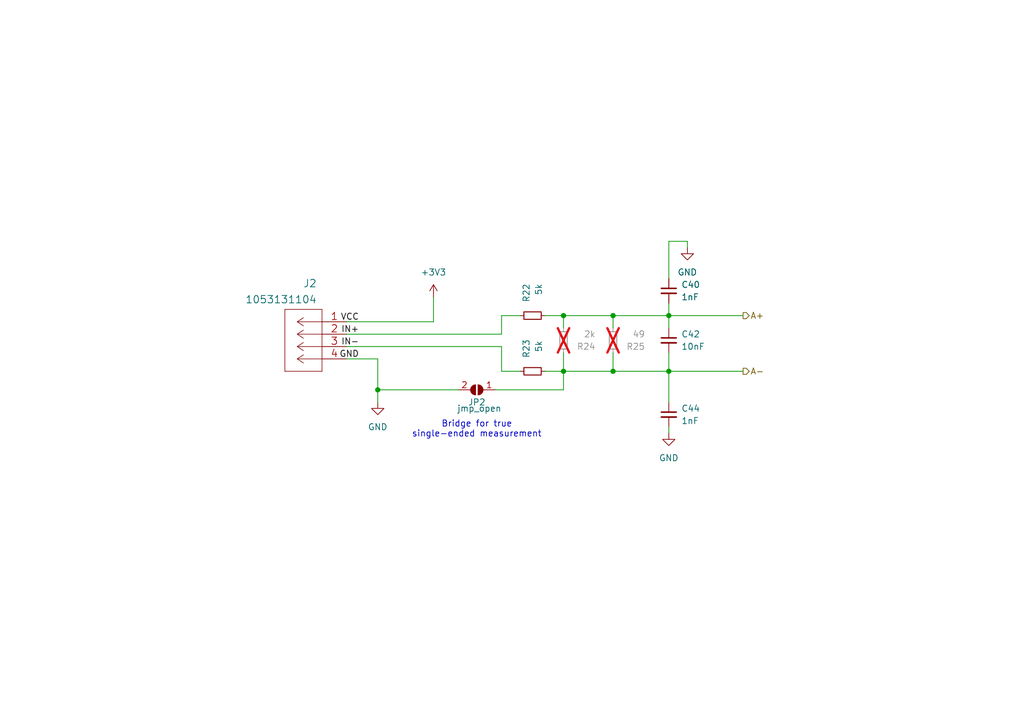
<source format=kicad_sch>
(kicad_sch (version 20240417) (generator "eeschema") (generator_version "8.99")
  (paper "A5")
  (lib_symbols
    (symbol "Device:C_Small" (pin_numbers hide) (pin_names (offset 0.254) hide)
      (property "Reference" "C" (at 0.254 1.778 0))
      (property "Value" "C_Small" (at 0.254 -2.032 0))
      (symbol "C_Small_0_1"
        (polyline (pts (xy -1.524 0.508) (xy 1.524 0.508)) (stroke (width 0.3048)))
        (polyline (pts (xy -1.524 -0.508) (xy 1.524 -0.508)) (stroke (width 0.3302)))
      )
      (symbol "C_Small_1_1"
        (pin passive line (at 0 2.54 270) (length 2.032) (name "~") (number "1"))
        (pin passive line (at 0 -2.54 90) (length 2.032) (name "~") (number "2"))
      )
    )
    (symbol "Device:R_Small" (pin_numbers hide) (pin_names (offset 0.254) hide)
      (property "Reference" "R" (at 0.762 0.508 0))
      (property "Value" "R_Small" (at 0.762 -1.016 0))
      (symbol "R_Small_0_1"
        (rectangle (start -0.762 1.778) (end 0.762 -1.778) (stroke (width 0.2032)))
      )
      (symbol "R_Small_1_1"
        (pin passive line (at 0 2.54 270) (length 0.762) (name "~") (number "1"))
        (pin passive line (at 0 -2.54 90) (length 0.762) (name "~") (number "2"))
      )
    )
    (symbol "Jumper:SolderJumper_2_Open" (pin_names (offset 0) hide)
      (property "Reference" "JP" (at 0 2.032 0))
      (property "Value" "SolderJumper_2_Open" (at 0 -2.54 0))
      (symbol "SolderJumper_2_Open_0_1"
        (polyline (pts (xy -0.254 1.016) (xy -0.254 -1.016)))
        (arc (start -0.254 -1.016) (mid -1.2656 0) (end -0.254 1.016))
        (arc (start -0.254 -1.016) (mid -1.2656 0) (end -0.254 1.016) (fill (type outline)))
        (arc (start 0.254 1.016) (mid 1.2656 0) (end 0.254 -1.016) (fill (type outline)))
        (arc (start 0.254 1.016) (mid 1.2656 0) (end 0.254 -1.016))
        (polyline (pts (xy 0.254 1.016) (xy 0.254 -1.016)))
      )
      (symbol "SolderJumper_2_Open_1_1"
        (pin passive line (at -3.81 0 0) (length 2.54) (name "A") (number "1"))
        (pin passive line (at 3.81 0 180) (length 2.54) (name "B") (number "2"))
      )
    )
    (symbol "iclr:1053131104" (pin_names (offset 0.254) hide)
      (property "Reference" "J" (at 8.89 6.35 0))
      (property "Value" "1053131104" (at 10.16 -5.08 0))
      (symbol "1053131104_1_1"
        (polyline (pts (xy 5.08 2.54) (xy 5.08 -10.16)) (stroke (width 0.127)))
        (polyline (pts (xy 5.08 -10.16) (xy 12.7 -10.16)) (stroke (width 0.127)))
        (polyline (pts (xy 10.16 0) (xy 8.89 0.8382)) (stroke (width 0.127)))
        (polyline (pts (xy 10.16 0) (xy 5.08 0)) (stroke (width 0.127)))
        (polyline (pts (xy 10.16 0) (xy 8.89 -0.8382)) (stroke (width 0.127)))
        (polyline (pts (xy 10.16 -2.54) (xy 8.89 -1.7018)) (stroke (width 0.127)))
        (polyline (pts (xy 10.16 -2.54) (xy 5.08 -2.54)) (stroke (width 0.127)))
        (polyline (pts (xy 10.16 -2.54) (xy 8.89 -3.3782)) (stroke (width 0.127)))
        (polyline (pts (xy 10.16 -5.08) (xy 5.08 -5.08)) (stroke (width 0.127)))
        (polyline (pts (xy 10.16 -5.08) (xy 8.89 -5.9182)) (stroke (width 0.127)))
        (polyline (pts (xy 10.16 -5.08) (xy 8.89 -4.2418)) (stroke (width 0.127)))
        (polyline (pts (xy 10.16 -7.62) (xy 8.89 -8.4582)) (stroke (width 0.127)))
        (polyline (pts (xy 10.16 -7.62) (xy 5.08 -7.62)) (stroke (width 0.127)))
        (polyline (pts (xy 10.16 -7.62) (xy 8.89 -6.7818)) (stroke (width 0.127)))
        (polyline (pts (xy 12.7 2.54) (xy 5.08 2.54)) (stroke (width 0.127)))
        (polyline (pts (xy 12.7 -10.16) (xy 12.7 2.54)) (stroke (width 0.127)))
        (pin unspecified line (at 0 0 0) (length 5.08) (name "1") (number "1"))
        (pin unspecified line (at 0 -2.54 0) (length 5.08) (name "2") (number "2"))
        (pin unspecified line (at 0 -5.08 0) (length 5.08) (name "3") (number "3"))
        (pin unspecified line (at 0 -7.62 0) (length 5.08) (name "4") (number "4"))
      )
    )
    (symbol "power:+3.3V" (power) (pin_names (offset 0))
      (property "Value" "+3.3V" (at 0 3.556 0))
      (symbol "+3.3V_0_1"
        (polyline (pts (xy -0.762 1.27) (xy 0 2.54)))
        (polyline (pts (xy 0 2.54) (xy 0.762 1.27)))
        (polyline (pts (xy 0 0) (xy 0 2.54)))
      )
      (symbol "+3.3V_1_1"
        (pin power_in line (at 0 0 90) (length 0) hide (name "+3V3") (number "1"))
      )
    )
    (symbol "power:GND" (power) (pin_names (offset 0))
      (property "Value" "GND" (at 0 -3.81 0))
      (symbol "GND_0_1"
        (polyline (pts (xy 0 0) (xy 0 -1.27) (xy 1.27 -1.27) (xy 0 -2.54) (xy -1.27 -1.27) (xy 0 -1.27)))
      )
      (symbol "GND_1_1"
        (pin power_in line (at 0 0 270) (length 0) hide (name "GND") (number "1"))
      )
    )
  )
  (text "Bridge for true\nsingle-ended measurement\n" (at 97.79 88.138 0) (effects (font (size 1.27 1.27))))
  (junction (at 115.57 64.77))
  (junction (at 125.73 64.77))
  (junction (at 115.57 76.2))
  (junction (at 137.16 76.2))
  (junction (at 77.47 80.01))
  (junction (at 137.16 64.77))
  (junction (at 125.73 76.2))
  (wire (pts (xy 137.16 64.77) (xy 137.16 62.23)))
  (wire (pts (xy 137.16 76.2) (xy 137.16 82.55)))
  (wire (pts (xy 137.16 72.39) (xy 137.16 76.2)))
  (wire (pts (xy 77.47 73.66) (xy 77.47 80.01)))
  (wire (pts (xy 125.73 67.31) (xy 125.73 64.77)))
  (wire (pts (xy 115.57 64.77) (xy 125.73 64.77)))
  (wire (pts (xy 137.16 49.53) (xy 137.16 57.15)))
  (wire (pts (xy 137.16 76.2) (xy 152.4 76.2)))
  (wire (pts (xy 115.57 64.77) (xy 115.57 67.31)))
  (wire (pts (xy 102.87 64.77) (xy 102.87 68.58)))
  (wire (pts (xy 125.73 76.2) (xy 137.16 76.2)))
  (wire (pts (xy 115.57 72.39) (xy 115.57 76.2)))
  (wire (pts (xy 77.47 80.01) (xy 93.98 80.01)))
  (wire (pts (xy 115.57 76.2) (xy 115.57 80.01)))
  (wire (pts (xy 71.12 71.12) (xy 102.87 71.12)))
  (wire (pts (xy 115.57 76.2) (xy 125.73 76.2)))
  (wire (pts (xy 152.4 64.77) (xy 137.16 64.77)))
  (wire (pts (xy 102.87 64.77) (xy 106.68 64.77)))
  (wire (pts (xy 102.87 71.12) (xy 102.87 76.2)))
  (wire (pts (xy 106.68 76.2) (xy 102.87 76.2)))
  (wire (pts (xy 71.12 73.66) (xy 77.47 73.66)))
  (wire (pts (xy 137.16 87.63) (xy 137.16 88.9)))
  (wire (pts (xy 88.9 60.96) (xy 88.9 66.04)))
  (wire (pts (xy 88.9 66.04) (xy 71.12 66.04)))
  (wire (pts (xy 125.73 64.77) (xy 137.16 64.77)))
  (wire (pts (xy 111.76 76.2) (xy 115.57 76.2)))
  (wire (pts (xy 140.97 49.53) (xy 137.16 49.53)))
  (wire (pts (xy 137.16 64.77) (xy 137.16 67.31)))
  (wire (pts (xy 77.47 80.01) (xy 77.47 82.55)))
  (wire (pts (xy 140.97 50.8) (xy 140.97 49.53)))
  (wire (pts (xy 102.87 68.58) (xy 71.12 68.58)))
  (wire (pts (xy 111.76 64.77) (xy 115.57 64.77)))
  (wire (pts (xy 101.6 80.01) (xy 115.57 80.01)))
  (wire (pts (xy 125.73 76.2) (xy 125.73 72.39)))
  (label "GND" (at 73.66 73.66 180))
  (label "IN-" (at 73.66 71.12 180))
  (label "IN+" (at 73.66 68.58 180))
  (label "VCC" (at 73.66 66.04 180))
  (hierarchical_label "A+" (shape output) (at 152.4 64.77 0))
  (hierarchical_label "A-" (shape output) (at 152.4 76.2 0))
  (symbol (lib_id "Device:R_Small") (at 109.22 64.77 90) (mirror x) (unit 1)
    (property "Reference" "R22" (at 107.95 58.166 0) (effects (justify left)))
    (property "Value" "5k" (at 110.49 58.166 0) (effects (justify left)))
    (property "Footprint" "Resistor_SMD:R_0402_1005Metric" (effects (hide yes)))
    (instances (project "sensorboard" (path "" (reference "R22") (unit 1)) (path "" (reference "R40") (unit 1))))
  )
  (symbol (lib_id "Device:R_Small") (at 125.73 69.85 180) (unit 1) (dnp yes)
    (property "Reference" "R25" (at 132.334 71.12 0) (effects (justify left)))
    (property "Value" "49" (at 132.334 68.58 0) (effects (justify left)))
    (property "Footprint" "Resistor_SMD:R_0402_1005Metric" (effects (hide yes)))
    (instances (project "sensorboard" (path "" (reference "R25") (unit 1)) (path "" (reference "R45") (unit 1))))
  )
  (symbol (lib_id "Jumper:SolderJumper_2_Open") (at 97.79 80.01 0) (mirror y) (unit 1)
    (property "Reference" "JP2" (at 97.79 82.55 0))
    (property "Value" "jmp_open" (at 98.298 83.82 0))
    (property "Footprint" "Jumper:SolderJumper-2_P1.3mm_Open_RoundedPad1.0x1.5mm" (effects (hide yes)))
    (instances (project "sensorboard" (path "" (reference "JP2") (unit 1)) (path "" (reference "JP12") (unit 1))))
  )
  (symbol (lib_id "power:GND") (at 140.97 50.8 0) (mirror y) (unit 1)
    (property "Reference" "#PWR068" (effects (hide yes)))
    (property "Value" "GND" (at 140.97 55.88 0))
    (instances (project "sensorboard" (path "" (reference "#PWR068") (unit 1)) (path "" (reference "#PWR098") (unit 1))))
  )
  (symbol (lib_id "Device:R_Small") (at 115.57 69.85 180) (unit 1) (dnp yes)
    (property "Reference" "R24" (at 122.174 71.12 0) (effects (justify left)))
    (property "Value" "2k" (at 122.174 68.58 0) (effects (justify left)))
    (property "Footprint" "Resistor_SMD:R_0402_1005Metric" (effects (hide yes)))
    (instances (project "sensorboard" (path "" (reference "R24") (unit 1)) (path "" (reference "R44") (unit 1))))
  )
  (symbol (lib_id "power:+3.3V") (at 88.9 60.96 0) (mirror y) (unit 1)
    (property "Reference" "#PWR063" (effects (hide yes)))
    (property "Value" "+3V3" (at 88.9 55.88 0))
    (instances (project "sensorboard" (path "" (reference "#PWR063") (unit 1)) (path "" (reference "#PWR091") (unit 1))))
  )
  (symbol (lib_id "power:GND") (at 137.16 88.9 0) (mirror y) (unit 1)
    (property "Reference" "#PWR065" (effects (hide yes)))
    (property "Value" "GND" (at 137.16 93.98 0))
    (instances (project "sensorboard" (path "" (reference "#PWR065") (unit 1)) (path "" (reference "#PWR097") (unit 1))))
  )
  (symbol (lib_id "Device:C_Small") (at 137.16 85.09 0) (mirror y) (unit 1)
    (property "Reference" "C44" (at 139.7 83.8262 0) (effects (justify right)))
    (property "Value" "1nF" (at 139.7 86.3662 0) (effects (justify right)))
    (property "Footprint" "Capacitor_SMD:C_0402_1005Metric" (effects (hide yes)))
    (instances (project "sensorboard" (path "" (reference "C44") (unit 1)) (path "" (reference "C74") (unit 1))))
  )
  (symbol (lib_id "power:GND") (at 77.47 82.55 0) (mirror y) (unit 1)
    (property "Reference" "#PWR022" (effects (hide yes)))
    (property "Value" "GND" (at 77.47 87.63 0))
    (instances (project "sensorboard" (path "" (reference "#PWR022") (unit 1)) (path "" (reference "#PWR078") (unit 1))))
  )
  (symbol (lib_id "Device:C_Small") (at 137.16 69.85 0) (mirror y) (unit 1)
    (property "Reference" "C42" (at 139.7 68.5862 0) (effects (justify right)))
    (property "Value" "10nF" (at 139.7 71.1262 0) (effects (justify right)))
    (property "Footprint" "Capacitor_SMD:C_0402_1005Metric" (effects (hide yes)))
    (instances (project "sensorboard" (path "" (reference "C42") (unit 1)) (path "" (reference "C73") (unit 1))))
  )
  (symbol (lib_id "Device:C_Small") (at 137.16 59.69 0) (mirror y) (unit 1)
    (property "Reference" "C40" (at 139.7 58.4262 0) (effects (justify right)))
    (property "Value" "1nF" (at 139.7 60.9662 0) (effects (justify right)))
    (property "Footprint" "Capacitor_SMD:C_0402_1005Metric" (effects (hide yes)))
    (instances (project "sensorboard" (path "" (reference "C40") (unit 1)) (path "" (reference "C72") (unit 1))))
  )
  (symbol (lib_id "iclr:1053131104") (at 71.12 66.04 0) (mirror y) (unit 1)
    (property "Reference" "J2" (at 65.024 58.166 0) (effects (font (size 1.524 1.524)) (justify left)))
    (property "Value" "1053131104" (at 65.024 61.468 0) (effects (font (size 1.524 1.524)) (justify left)))
    (property "Footprint" "iclr:1053131104" (effects (hide yes)))
    (instances (project "sensorboard" (path "" (reference "J2") (unit 1)) (path "" (reference "J3") (unit 1))))
  )
  (symbol (lib_id "Device:R_Small") (at 109.22 76.2 90) (mirror x) (unit 1)
    (property "Reference" "R23" (at 107.95 69.596 0) (effects (justify left)))
    (property "Value" "5k" (at 110.49 69.85 0) (effects (justify left)))
    (property "Footprint" "Resistor_SMD:R_0402_1005Metric" (effects (hide yes)))
    (instances (project "sensorboard" (path "" (reference "R23") (unit 1)) (path "" (reference "R43") (unit 1))))
  )
)
</source>
